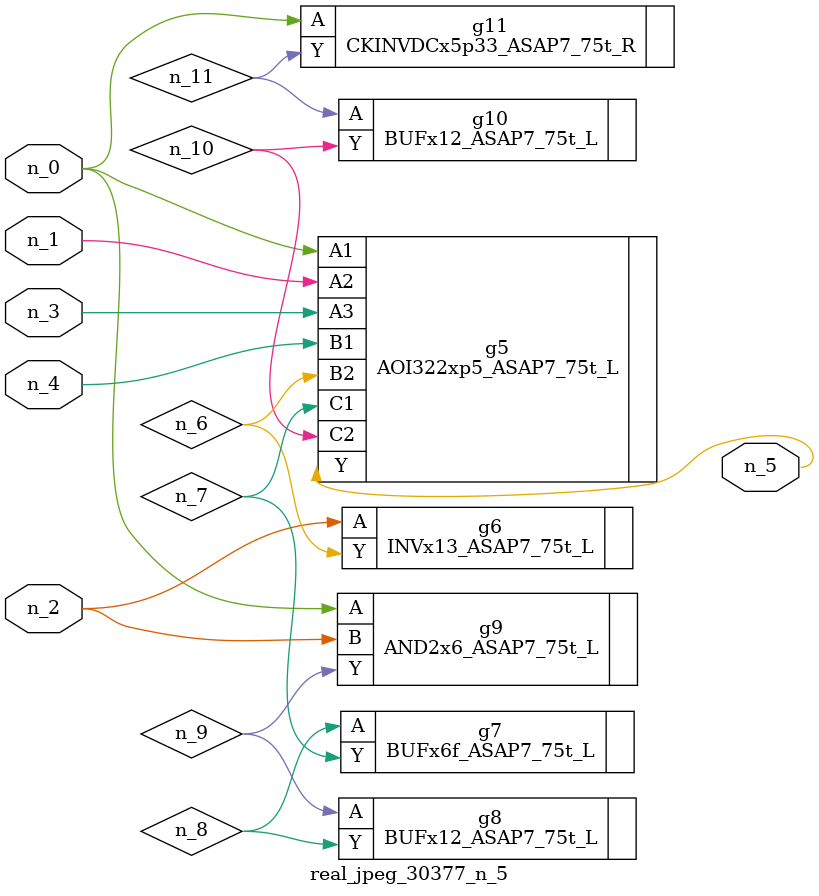
<source format=v>
module real_jpeg_30377_n_5 (n_4, n_0, n_1, n_2, n_3, n_5);

input n_4;
input n_0;
input n_1;
input n_2;
input n_3;

output n_5;

wire n_8;
wire n_11;
wire n_6;
wire n_7;
wire n_10;
wire n_9;

AOI322xp5_ASAP7_75t_L g5 ( 
.A1(n_0),
.A2(n_1),
.A3(n_3),
.B1(n_4),
.B2(n_6),
.C1(n_7),
.C2(n_10),
.Y(n_5)
);

AND2x6_ASAP7_75t_L g9 ( 
.A(n_0),
.B(n_2),
.Y(n_9)
);

CKINVDCx5p33_ASAP7_75t_R g11 ( 
.A(n_0),
.Y(n_11)
);

INVx13_ASAP7_75t_L g6 ( 
.A(n_2),
.Y(n_6)
);

BUFx6f_ASAP7_75t_L g7 ( 
.A(n_8),
.Y(n_7)
);

BUFx12_ASAP7_75t_L g8 ( 
.A(n_9),
.Y(n_8)
);

BUFx12_ASAP7_75t_L g10 ( 
.A(n_11),
.Y(n_10)
);


endmodule
</source>
